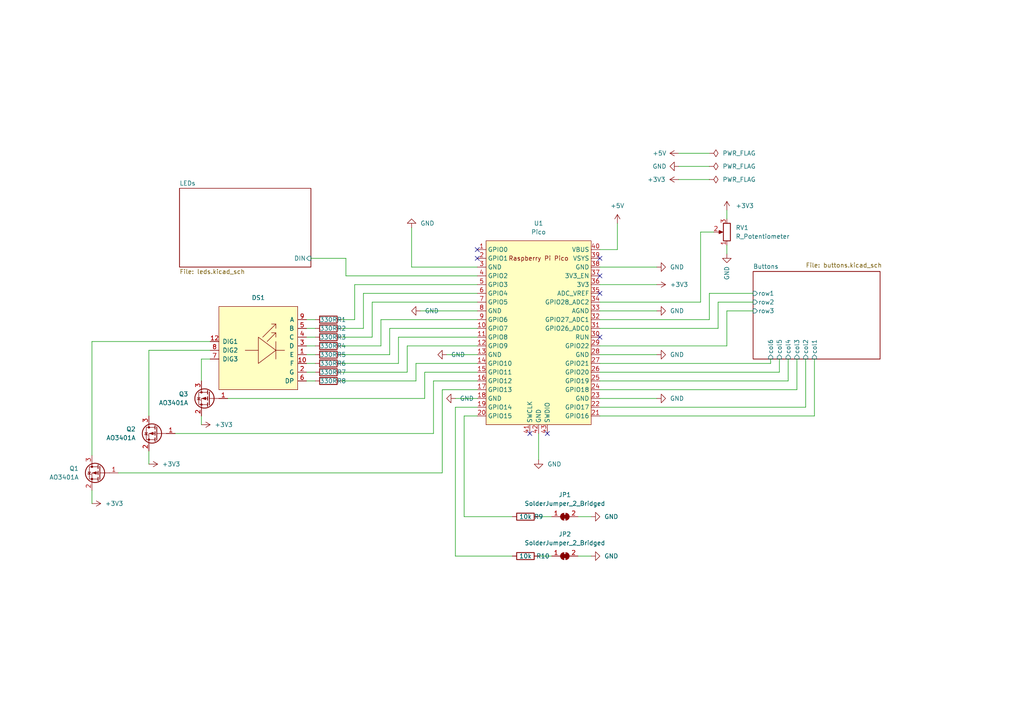
<source format=kicad_sch>
(kicad_sch (version 20211123) (generator eeschema)
  (paper "A4")
  (lib_symbols
    (symbol "Device:R" (pin_numbers hide) (pin_names (offset 0))
      (property "Reference" "R" (at 2.032 0 90))
      (property "Value" "R" (at 0 0 90))
      (symbol "R_0_1"
        (rectangle (start -1.016 -2.54) (end 1.016 2.54) (stroke (width 0.254)))
      )
      (symbol "R_1_1"
        (pin passive line (at 0 3.81 270) (length 1.27) (name "~") (number "1"))
        (pin passive line (at 0 -3.81 90) (length 1.27) (name "~") (number "2"))
      )
    )
    (symbol "Device:R_Potentiometer" (pin_names (offset 1.016) hide)
      (property "Reference" "RV" (at -4.445 0 90))
      (property "Value" "R_Potentiometer" (at -2.54 0 90))
      (symbol "R_Potentiometer_0_1"
        (polyline (pts (xy 2.54 0) (xy 1.524 0)))
        (polyline (pts (xy 1.143 0) (xy 2.286 0.508) (xy 2.286 -0.508) (xy 1.143 0)) (fill (type outline)))
        (rectangle (start 1.016 2.54) (end -1.016 -2.54) (stroke (width 0.254)))
      )
      (symbol "R_Potentiometer_1_1"
        (pin passive line (at 0 3.81 270) (length 1.27) (name "1") (number "1"))
        (pin passive line (at 3.81 0 180) (length 1.27) (name "2") (number "2"))
        (pin passive line (at 0 -3.81 90) (length 1.27) (name "3") (number "3"))
      )
    )
    (symbol "Jumper:SolderJumper_2_Bridged" (pin_names (offset 0) hide)
      (property "Reference" "JP" (at 0 2.032 0))
      (property "Value" "SolderJumper_2_Bridged" (at 0 -2.54 0))
      (symbol "SolderJumper_2_Bridged_0_1"
        (rectangle (start -0.508 0.508) (end 0.508 -0.508) (fill (type outline)))
        (arc (start -0.254 1.016) (mid -1.27 0) (end -0.254 -1.016))
        (arc (start -0.254 1.016) (mid -1.27 0) (end -0.254 -1.016) (fill (type outline)))
        (polyline (pts (xy -0.254 1.016) (xy -0.254 -1.016)))
        (polyline (pts (xy 0.254 1.016) (xy 0.254 -1.016)))
        (arc (start 0.254 -1.016) (mid 1.27 0) (end 0.254 1.016))
        (arc (start 0.254 -1.016) (mid 1.27 0) (end 0.254 1.016) (fill (type outline)))
      )
      (symbol "SolderJumper_2_Bridged_1_1"
        (pin passive line (at -3.81 0 0) (length 2.54) (name "A") (number "1"))
        (pin passive line (at 3.81 0 180) (length 2.54) (name "B") (number "2"))
      )
    )
    (symbol "LCSC_parts:SLS0563DRA1GD" (pin_names (offset 1.016))
      (property "Reference" "DS" (at -10.16 13.97 0))
      (symbol "SLS0563DRA1GD_0_1"
        (rectangle (start -11.43 12.7) (end 11.43 -11.43) (fill (type background)))
        (polyline (pts (xy 0 0) (xy -3.81 0)))
        (polyline (pts (xy 1.27 3.81) (xy 3.81 6.35)))
        (polyline (pts (xy 2.54 2.54) (xy 5.08 5.08)))
        (polyline (pts (xy 3.81 6.35) (xy 5.08 7.62)))
        (polyline (pts (xy 5.08 0) (xy 7.62 0)))
        (polyline (pts (xy 5.08 2.54) (xy 5.08 -2.54)))
        (polyline (pts (xy 3.81 5.08) (xy 5.08 5.08) (xy 5.08 3.81)))
        (polyline (pts (xy 3.81 7.62) (xy 5.08 7.62) (xy 5.08 6.35)))
        (polyline (pts (xy 5.08 0) (xy 0 3.81) (xy 0 -3.81) (xy 5.08 0)))
      )
      (symbol "SLS0563DRA1GD_1_1"
        (pin input line (at 13.97 -1.27 180) (length 2.54) (name "E") (number "1"))
        (pin input line (at 13.97 -3.81 180) (length 2.54) (name "F") (number "10"))
        (pin input line (at -13.97 2.54 0) (length 2.54) (name "DIG1") (number "12"))
        (pin input line (at 13.97 -6.35 180) (length 2.54) (name "G") (number "2"))
        (pin input line (at 13.97 1.27 180) (length 2.54) (name "D") (number "3"))
        (pin input line (at 13.97 3.81 180) (length 2.54) (name "C") (number "4"))
        (pin input line (at 13.97 6.35 180) (length 2.54) (name "B") (number "5"))
        (pin input line (at 13.97 -8.89 180) (length 2.54) (name "DP") (number "6"))
        (pin input line (at -13.97 -2.54 0) (length 2.54) (name "DIG3") (number "7"))
        (pin input line (at -13.97 0 0) (length 2.54) (name "DIG2") (number "8"))
        (pin input line (at 13.97 8.89 180) (length 2.54) (name "A") (number "9"))
      )
    )
    (symbol "MCU_RaspberryPi_and_Boards:Pico"
      (property "Reference" "U" (at -13.97 27.94 0))
      (property "Value" "Pico" (at 0 19.05 0))
      (symbol "Pico_0_0"
        (text "Raspberry Pi Pico" (at 0 21.59 0) (effects (font (size 1.27 1.27))))
      )
      (symbol "Pico_0_1"
        (rectangle (start -15.24 26.67) (end 15.24 -26.67) (fill (type background)))
      )
      (symbol "Pico_1_1"
        (pin bidirectional line (at -17.78 24.13 0) (length 2.54) (name "GPIO0") (number "1"))
        (pin bidirectional line (at -17.78 1.27 0) (length 2.54) (name "GPIO7") (number "10"))
        (pin bidirectional line (at -17.78 -1.27 0) (length 2.54) (name "GPIO8") (number "11"))
        (pin bidirectional line (at -17.78 -3.81 0) (length 2.54) (name "GPIO9") (number "12"))
        (pin power_in line (at -17.78 -6.35 0) (length 2.54) (name "GND") (number "13"))
        (pin bidirectional line (at -17.78 -8.89 0) (length 2.54) (name "GPIO10") (number "14"))
        (pin bidirectional line (at -17.78 -11.43 0) (length 2.54) (name "GPIO11") (number "15"))
        (pin bidirectional line (at -17.78 -13.97 0) (length 2.54) (name "GPIO12") (number "16"))
        (pin bidirectional line (at -17.78 -16.51 0) (length 2.54) (name "GPIO13") (number "17"))
        (pin power_in line (at -17.78 -19.05 0) (length 2.54) (name "GND") (number "18"))
        (pin bidirectional line (at -17.78 -21.59 0) (length 2.54) (name "GPIO14") (number "19"))
        (pin bidirectional line (at -17.78 21.59 0) (length 2.54) (name "GPIO1") (number "2"))
        (pin bidirectional line (at -17.78 -24.13 0) (length 2.54) (name "GPIO15") (number "20"))
        (pin bidirectional line (at 17.78 -24.13 180) (length 2.54) (name "GPIO16") (number "21"))
        (pin bidirectional line (at 17.78 -21.59 180) (length 2.54) (name "GPIO17") (number "22"))
        (pin power_in line (at 17.78 -19.05 180) (length 2.54) (name "GND") (number "23"))
        (pin bidirectional line (at 17.78 -16.51 180) (length 2.54) (name "GPIO18") (number "24"))
        (pin bidirectional line (at 17.78 -13.97 180) (length 2.54) (name "GPIO19") (number "25"))
        (pin bidirectional line (at 17.78 -11.43 180) (length 2.54) (name "GPIO20") (number "26"))
        (pin bidirectional line (at 17.78 -8.89 180) (length 2.54) (name "GPIO21") (number "27"))
        (pin power_in line (at 17.78 -6.35 180) (length 2.54) (name "GND") (number "28"))
        (pin bidirectional line (at 17.78 -3.81 180) (length 2.54) (name "GPIO22") (number "29"))
        (pin power_in line (at -17.78 19.05 0) (length 2.54) (name "GND") (number "3"))
        (pin input line (at 17.78 -1.27 180) (length 2.54) (name "RUN") (number "30"))
        (pin bidirectional line (at 17.78 1.27 180) (length 2.54) (name "GPIO26_ADC0") (number "31"))
        (pin bidirectional line (at 17.78 3.81 180) (length 2.54) (name "GPIO27_ADC1") (number "32"))
        (pin power_in line (at 17.78 6.35 180) (length 2.54) (name "AGND") (number "33"))
        (pin bidirectional line (at 17.78 8.89 180) (length 2.54) (name "GPIO28_ADC2") (number "34"))
        (pin power_in line (at 17.78 11.43 180) (length 2.54) (name "ADC_VREF") (number "35"))
        (pin power_in line (at 17.78 13.97 180) (length 2.54) (name "3V3") (number "36"))
        (pin input line (at 17.78 16.51 180) (length 2.54) (name "3V3_EN") (number "37"))
        (pin power_in line (at 17.78 19.05 180) (length 2.54) (name "GND") (number "38"))
        (pin power_in line (at 17.78 21.59 180) (length 2.54) (name "VSYS") (number "39"))
        (pin bidirectional line (at -17.78 16.51 0) (length 2.54) (name "GPIO2") (number "4"))
        (pin power_in line (at 17.78 24.13 180) (length 2.54) (name "VBUS") (number "40"))
        (pin input line (at -2.54 -29.21 90) (length 2.54) (name "SWCLK") (number "41"))
        (pin power_in line (at 0 -29.21 90) (length 2.54) (name "GND") (number "42"))
        (pin bidirectional line (at 2.54 -29.21 90) (length 2.54) (name "SWDIO") (number "43"))
        (pin bidirectional line (at -17.78 13.97 0) (length 2.54) (name "GPIO3") (number "5"))
        (pin bidirectional line (at -17.78 11.43 0) (length 2.54) (name "GPIO4") (number "6"))
        (pin bidirectional line (at -17.78 8.89 0) (length 2.54) (name "GPIO5") (number "7"))
        (pin power_in line (at -17.78 6.35 0) (length 2.54) (name "GND") (number "8"))
        (pin bidirectional line (at -17.78 3.81 0) (length 2.54) (name "GPIO6") (number "9"))
      )
    )
    (symbol "Transistor_FET:AO3401A" (pin_names hide)
      (property "Reference" "Q" (at 5.08 1.905 0))
      (property "Value" "AO3401A" (at 5.08 0 0))
      (symbol "AO3401A_0_1"
        (polyline (pts (xy 0.254 0) (xy -2.54 0)))
        (polyline (pts (xy 0.254 1.905) (xy 0.254 -1.905)) (stroke (width 0.254)))
        (polyline (pts (xy 0.762 -1.27) (xy 0.762 -2.286)) (stroke (width 0.254)))
        (polyline (pts (xy 0.762 0.508) (xy 0.762 -0.508)) (stroke (width 0.254)))
        (polyline (pts (xy 0.762 2.286) (xy 0.762 1.27)) (stroke (width 0.254)))
        (polyline (pts (xy 2.54 2.54) (xy 2.54 1.778)))
        (polyline (pts (xy 2.54 -2.54) (xy 2.54 0) (xy 0.762 0)))
        (polyline (pts (xy 0.762 1.778) (xy 3.302 1.778) (xy 3.302 -1.778) (xy 0.762 -1.778)))
        (polyline (pts (xy 2.286 0) (xy 1.27 0.381) (xy 1.27 -0.381) (xy 2.286 0)) (fill (type outline)))
        (polyline (pts (xy 2.794 -0.508) (xy 2.921 -0.381) (xy 3.683 -0.381) (xy 3.81 -0.254)))
        (polyline (pts (xy 3.302 -0.381) (xy 2.921 0.254) (xy 3.683 0.254) (xy 3.302 -0.381)))
        (circle (center 1.651 0) (radius 2.794) (stroke (width 0.254)))
        (circle (center 2.54 -1.778) (radius 0.254) (fill (type outline)))
        (circle (center 2.54 1.778) (radius 0.254) (fill (type outline)))
      )
      (symbol "AO3401A_1_1"
        (pin input line (at -5.08 0 0) (length 2.54) (name "G") (number "1"))
        (pin passive line (at 2.54 -5.08 90) (length 2.54) (name "S") (number "2"))
        (pin passive line (at 2.54 5.08 270) (length 2.54) (name "D") (number "3"))
      )
    )
    (symbol "power:+3.3V" (power) (pin_names (offset 0))
      (property "Value" "+3.3V" (at 0 3.556 0))
      (symbol "+3.3V_0_1"
        (polyline (pts (xy -0.762 1.27) (xy 0 2.54)))
        (polyline (pts (xy 0 0) (xy 0 2.54)))
        (polyline (pts (xy 0 2.54) (xy 0.762 1.27)))
      )
      (symbol "+3.3V_1_1"
        (pin power_in line (at 0 0 90) (length 0) hide (name "+3V3") (number "1"))
      )
    )
    (symbol "power:+5V" (power) (pin_names (offset 0))
      (property "Value" "+5V" (at 0 3.556 0))
      (symbol "+5V_0_1"
        (polyline (pts (xy -0.762 1.27) (xy 0 2.54)))
        (polyline (pts (xy 0 0) (xy 0 2.54)))
        (polyline (pts (xy 0 2.54) (xy 0.762 1.27)))
      )
      (symbol "+5V_1_1"
        (pin power_in line (at 0 0 90) (length 0) hide (name "+5V") (number "1"))
      )
    )
    (symbol "power:GND" (power) (pin_names (offset 0))
      (property "Value" "GND" (at 0 -3.81 0))
      (symbol "GND_0_1"
        (polyline (pts (xy 0 0) (xy 0 -1.27) (xy 1.27 -1.27) (xy 0 -2.54) (xy -1.27 -1.27) (xy 0 -1.27)))
      )
      (symbol "GND_1_1"
        (pin power_in line (at 0 0 270) (length 0) hide (name "GND") (number "1"))
      )
    )
    (symbol "power:PWR_FLAG" (power) (pin_numbers hide) (pin_names (offset 0) hide)
      (property "Value" "PWR_FLAG" (at 0 3.81 0))
      (symbol "PWR_FLAG_0_0"
        (pin power_out line (at 0 0 90) (length 0) (name "pwr") (number "1"))
      )
      (symbol "PWR_FLAG_0_1"
        (polyline (pts (xy 0 0) (xy 0 1.27) (xy -1.016 1.905) (xy 0 2.54) (xy 1.016 1.905) (xy 0 1.27)))
      )
    )
  )
  (no_connect (at 158.75 125.73))
  (no_connect (at 153.67 125.73))
  (no_connect (at 173.99 85.09))
  (no_connect (at 173.99 97.79))
  (no_connect (at 173.99 80.01))
  (no_connect (at 173.99 74.93))
  (no_connect (at 138.43 74.93))
  (no_connect (at 138.43 72.39))
  (wire (pts (xy 196.85 48.26) (xy 205.74 48.26)))
  (wire (pts (xy 132.08 161.29) (xy 148.59 161.29)))
  (wire (pts (xy 105.41 85.09) (xy 105.41 95.25)))
  (wire (pts (xy 173.99 87.63) (xy 203.2 87.63)))
  (wire (pts (xy 138.43 107.95) (xy 123.19 107.95)))
  (wire (pts (xy 99.06 102.87) (xy 113.03 102.87)))
  (wire (pts (xy 210.82 100.33) (xy 210.82 90.17)))
  (wire (pts (xy 125.73 110.49) (xy 125.73 125.73)))
  (wire (pts (xy 148.59 149.86) (xy 134.62 149.86)))
  (wire (pts (xy 88.9 110.49) (xy 91.44 110.49)))
  (wire (pts (xy 205.74 85.09) (xy 205.74 92.71)))
  (wire (pts (xy 102.87 92.71) (xy 102.87 82.55)))
  (wire (pts (xy 129.54 102.87) (xy 138.43 102.87)))
  (wire (pts (xy 233.68 118.11) (xy 173.99 118.11)))
  (wire (pts (xy 100.33 74.93) (xy 90.17 74.93)))
  (wire (pts (xy 58.42 120.65) (xy 58.42 123.19)))
  (wire (pts (xy 88.9 97.79) (xy 91.44 97.79)))
  (wire (pts (xy 88.9 107.95) (xy 91.44 107.95)))
  (wire (pts (xy 167.64 161.29) (xy 171.45 161.29)))
  (wire (pts (xy 99.06 92.71) (xy 102.87 92.71)))
  (wire (pts (xy 210.82 90.17) (xy 218.44 90.17)))
  (wire (pts (xy 179.07 64.77) (xy 179.07 72.39)))
  (wire (pts (xy 236.22 120.65) (xy 236.22 104.14)))
  (wire (pts (xy 203.2 87.63) (xy 203.2 67.31)))
  (wire (pts (xy 132.08 115.57) (xy 138.43 115.57)))
  (wire (pts (xy 88.9 102.87) (xy 91.44 102.87)))
  (wire (pts (xy 132.08 118.11) (xy 132.08 161.29)))
  (wire (pts (xy 138.43 118.11) (xy 132.08 118.11)))
  (wire (pts (xy 173.99 120.65) (xy 236.22 120.65)))
  (wire (pts (xy 120.65 105.41) (xy 138.43 105.41)))
  (wire (pts (xy 99.06 100.33) (xy 110.49 100.33)))
  (wire (pts (xy 120.65 110.49) (xy 120.65 105.41)))
  (wire (pts (xy 99.06 95.25) (xy 105.41 95.25)))
  (wire (pts (xy 223.52 105.41) (xy 223.52 104.14)))
  (wire (pts (xy 173.99 113.03) (xy 231.14 113.03)))
  (wire (pts (xy 50.8 125.73) (xy 125.73 125.73)))
  (wire (pts (xy 102.87 82.55) (xy 138.43 82.55)))
  (wire (pts (xy 100.33 80.01) (xy 100.33 74.93)))
  (wire (pts (xy 210.82 60.96) (xy 210.82 63.5)))
  (wire (pts (xy 110.49 92.71) (xy 110.49 100.33)))
  (wire (pts (xy 138.43 113.03) (xy 128.27 113.03)))
  (wire (pts (xy 173.99 95.25) (xy 208.28 95.25)))
  (wire (pts (xy 99.06 97.79) (xy 107.95 97.79)))
  (wire (pts (xy 88.9 95.25) (xy 91.44 95.25)))
  (wire (pts (xy 156.21 161.29) (xy 160.02 161.29)))
  (wire (pts (xy 173.99 72.39) (xy 179.07 72.39)))
  (wire (pts (xy 138.43 110.49) (xy 125.73 110.49)))
  (wire (pts (xy 99.06 110.49) (xy 120.65 110.49)))
  (wire (pts (xy 173.99 107.95) (xy 226.06 107.95)))
  (wire (pts (xy 173.99 90.17) (xy 190.5 90.17)))
  (wire (pts (xy 226.06 107.95) (xy 226.06 104.14)))
  (wire (pts (xy 88.9 100.33) (xy 91.44 100.33)))
  (wire (pts (xy 123.19 107.95) (xy 123.19 115.57)))
  (wire (pts (xy 156.21 149.86) (xy 160.02 149.86)))
  (wire (pts (xy 58.42 104.14) (xy 60.96 104.14)))
  (wire (pts (xy 115.57 105.41) (xy 115.57 97.79)))
  (wire (pts (xy 43.18 120.65) (xy 43.18 101.6)))
  (wire (pts (xy 34.29 137.16) (xy 128.27 137.16)))
  (wire (pts (xy 173.99 77.47) (xy 190.5 77.47)))
  (wire (pts (xy 173.99 82.55) (xy 190.5 82.55)))
  (wire (pts (xy 138.43 95.25) (xy 113.03 95.25)))
  (wire (pts (xy 107.95 87.63) (xy 107.95 97.79)))
  (wire (pts (xy 113.03 95.25) (xy 113.03 102.87)))
  (wire (pts (xy 119.38 66.04) (xy 119.38 77.47)))
  (wire (pts (xy 115.57 97.79) (xy 138.43 97.79)))
  (wire (pts (xy 233.68 104.14) (xy 233.68 118.11)))
  (wire (pts (xy 208.28 87.63) (xy 218.44 87.63)))
  (wire (pts (xy 43.18 101.6) (xy 60.96 101.6)))
  (wire (pts (xy 218.44 85.09) (xy 205.74 85.09)))
  (wire (pts (xy 231.14 113.03) (xy 231.14 104.14)))
  (wire (pts (xy 134.62 120.65) (xy 138.43 120.65)))
  (wire (pts (xy 203.2 67.31) (xy 207.01 67.31)))
  (wire (pts (xy 88.9 92.71) (xy 91.44 92.71)))
  (wire (pts (xy 228.6 104.14) (xy 228.6 110.49)))
  (wire (pts (xy 121.92 90.17) (xy 138.43 90.17)))
  (wire (pts (xy 205.74 92.71) (xy 173.99 92.71)))
  (wire (pts (xy 210.82 71.12) (xy 210.82 73.66)))
  (wire (pts (xy 156.21 125.73) (xy 156.21 133.35)))
  (wire (pts (xy 134.62 149.86) (xy 134.62 120.65)))
  (wire (pts (xy 208.28 95.25) (xy 208.28 87.63)))
  (wire (pts (xy 99.06 107.95) (xy 118.11 107.95)))
  (wire (pts (xy 173.99 102.87) (xy 190.5 102.87)))
  (wire (pts (xy 100.33 80.01) (xy 138.43 80.01)))
  (wire (pts (xy 196.85 52.07) (xy 205.74 52.07)))
  (wire (pts (xy 167.64 149.86) (xy 171.45 149.86)))
  (wire (pts (xy 173.99 115.57) (xy 190.5 115.57)))
  (wire (pts (xy 196.85 44.45) (xy 205.74 44.45)))
  (wire (pts (xy 26.67 142.24) (xy 26.67 146.05)))
  (wire (pts (xy 173.99 105.41) (xy 223.52 105.41)))
  (wire (pts (xy 138.43 100.33) (xy 118.11 100.33)))
  (wire (pts (xy 118.11 100.33) (xy 118.11 107.95)))
  (wire (pts (xy 173.99 110.49) (xy 228.6 110.49)))
  (wire (pts (xy 138.43 87.63) (xy 107.95 87.63)))
  (wire (pts (xy 138.43 85.09) (xy 105.41 85.09)))
  (wire (pts (xy 43.18 130.81) (xy 43.18 134.62)))
  (wire (pts (xy 173.99 100.33) (xy 210.82 100.33)))
  (wire (pts (xy 26.67 99.06) (xy 26.67 132.08)))
  (wire (pts (xy 138.43 92.71) (xy 110.49 92.71)))
  (wire (pts (xy 88.9 105.41) (xy 91.44 105.41)))
  (wire (pts (xy 99.06 105.41) (xy 115.57 105.41)))
  (wire (pts (xy 66.04 115.57) (xy 123.19 115.57)))
  (wire (pts (xy 138.43 77.47) (xy 119.38 77.47)))
  (wire (pts (xy 58.42 110.49) (xy 58.42 104.14)))
  (wire (pts (xy 128.27 113.03) (xy 128.27 137.16)))
  (wire (pts (xy 60.96 99.06) (xy 26.67 99.06)))
  (symbol (lib_id "power:GND") (at 190.5 77.47 90) (unit 1)
    (property "Reference" "#PWR0136" (effects hide))
    (property "Value" "GND" (at 194.31 77.4699 90) (effects (justify right)))
  )
  (symbol (lib_id "power:PWR_FLAG") (at 205.74 48.26 270) (unit 1)
    (property "Reference" "#FLG0101" (effects hide))
    (property "Value" "PWR_FLAG" (at 209.55 48.2599 90) (effects (justify left)))
  )
  (symbol (lib_id "power:GND") (at 196.85 48.26 270) (unit 1)
    (property "Reference" "#PWR0142" (effects hide))
    (property "Value" "GND" (at 189.23 48.26 90) (effects (justify left)))
  )
  (symbol (lib_id "power:GND") (at 210.82 73.66 0) (unit 1)
    (property "Reference" "#PWR0145" (effects hide))
    (property "Value" "GND" (at 210.82 81.28 90) (effects (justify left)))
  )
  (symbol (lib_id "power:+3.3V") (at 190.5 82.55 270) (unit 1)
    (property "Reference" "#PWR0137" (effects hide))
    (property "Value" "+3.3V" (at 194.31 82.5499 90) (effects (justify left)))
  )
  (symbol (lib_id "power:GND") (at 129.54 102.87 270) (unit 1)
    (property "Reference" "#PWR0130" (effects hide))
    (property "Value" "GND" (at 130.81 102.8699 90) (effects (justify left)))
  )
  (symbol (lib_id "Jumper:SolderJumper_2_Bridged") (at 163.83 149.86 0) (unit 1)
    (property "Reference" "JP1" (at 163.83 143.51 0))
    (property "Value" "SolderJumper_2_Bridged" (at 163.83 146.05 0))
    (property "Footprint" "Jumper:SolderJumper-2_P1.3mm_Bridged_RoundedPad1.0x1.5mm" (effects hide))
  )
  (symbol (lib_id "Device:R") (at 95.25 92.71 90) (unit 1)
    (property "Reference" "R1" (at 99.06 92.71 90))
    (property "Value" "330R" (at 95.25 92.71 90))
    (property "Footprint" "Resistor_SMD:R_0603_1608Metric" (effects hide))
    (property "LCSC" "C23138" (effects hide))
  )
  (symbol (lib_id "power:+3.3V") (at 26.67 146.05 270) (unit 1)
    (property "Reference" "#PWR0125" (effects hide))
    (property "Value" "+3.3V" (at 30.48 146.0499 90) (effects (justify left)))
  )
  (symbol (lib_id "power:+3.3V") (at 210.82 60.96 0) (unit 1)
    (property "Reference" "#PWR0144" (effects hide))
    (property "Value" "+3.3V" (at 213.36 59.6899 0) (effects (justify left)))
  )
  (symbol (lib_id "MCU_RaspberryPi_and_Boards:Pico") (at 156.21 96.52 0) (unit 1)
    (property "Reference" "U1" (at 156.21 64.77 0))
    (property "Value" "Pico" (at 156.21 67.31 0))
    (property "Footprint" "RPi_Pico:RPi_Pico_SMD_TH" (effects hide))
  )
  (symbol (lib_id "power:GND") (at 171.45 149.86 90) (unit 1)
    (property "Reference" "#PWR0133" (effects hide))
    (property "Value" "GND" (at 175.26 149.8599 90) (effects (justify right)))
  )
  (symbol (lib_id "Transistor_FET:AO3401A") (at 60.96 115.57 0) (mirror y) (unit 1)
    (property "Reference" "Q3" (at 54.61 114.2999 0) (effects (justify left)))
    (property "Value" "AO3401A" (at 54.61 116.8399 0) (effects (justify left)))
    (property "Footprint" "Package_TO_SOT_SMD:SOT-23" (effects hide))
    (property "Datasheet" "http://www.aosmd.com/pdfs/datasheet/AO3401A.pdf" (effects hide))
    (property "LCSC" "C15127" (effects hide))
  )
  (symbol (lib_id "power:GND") (at 156.21 133.35 0) (unit 1)
    (property "Reference" "#PWR0132" (effects hide))
    (property "Value" "GND" (at 158.75 134.6199 0) (effects (justify left)))
  )
  (symbol (lib_id "Device:R") (at 95.25 95.25 90) (unit 1)
    (property "Reference" "R2" (at 99.06 95.25 90))
    (property "Value" "330R" (at 95.25 95.25 90))
    (property "Footprint" "Resistor_SMD:R_0603_1608Metric" (effects hide))
    (property "LCSC" "C23138" (effects hide))
  )
  (symbol (lib_id "Device:R") (at 152.4 149.86 90) (unit 1)
    (property "Reference" "R9" (at 156.21 149.86 90))
    (property "Value" "10k" (at 152.4 149.86 90))
    (property "Footprint" "Resistor_SMD:R_0603_1608Metric" (effects hide))
    (property "LCSC" "C25804" (effects hide))
  )
  (symbol (lib_id "power:GND") (at 171.45 161.29 90) (unit 1)
    (property "Reference" "#PWR0134" (effects hide))
    (property "Value" "GND" (at 175.26 161.2899 90) (effects (justify right)))
  )
  (symbol (lib_id "power:+5V") (at 196.85 44.45 90) (unit 1)
    (property "Reference" "#PWR0141" (effects hide))
    (property "Value" "+5V" (at 189.23 44.45 90) (effects (justify right)))
  )
  (symbol (lib_id "Device:R") (at 95.25 105.41 90) (unit 1)
    (property "Reference" "R6" (at 99.06 105.41 90))
    (property "Value" "330R" (at 95.25 105.41 90))
    (property "Footprint" "Resistor_SMD:R_0603_1608Metric" (effects hide))
    (property "LCSC" "C23138" (effects hide))
  )
  (symbol (lib_id "power:GND") (at 119.38 66.04 180) (unit 1)
    (property "Reference" "#PWR0128" (effects hide))
    (property "Value" "GND" (at 121.92 64.7699 0) (effects (justify right)))
  )
  (symbol (lib_id "power:+3.3V") (at 58.42 123.19 270) (unit 1)
    (property "Reference" "#PWR0127" (effects hide))
    (property "Value" "+3.3V" (at 62.23 123.1899 90) (effects (justify left)))
  )
  (symbol (lib_id "power:GND") (at 132.08 115.57 270) (unit 1)
    (property "Reference" "#PWR0131" (effects hide))
    (property "Value" "GND" (at 133.35 115.5699 90) (effects (justify left)))
  )
  (symbol (lib_id "Transistor_FET:AO3401A") (at 45.72 125.73 0) (mirror y) (unit 1)
    (property "Reference" "Q2" (at 39.37 124.4599 0) (effects (justify left)))
    (property "Value" "AO3401A" (at 39.37 126.9999 0) (effects (justify left)))
    (property "Footprint" "Package_TO_SOT_SMD:SOT-23" (effects hide))
    (property "Datasheet" "http://www.aosmd.com/pdfs/datasheet/AO3401A.pdf" (effects hide))
    (property "LCSC" "C15127" (effects hide))
  )
  (symbol (lib_id "power:GND") (at 121.92 90.17 270) (unit 1)
    (property "Reference" "#PWR0129" (effects hide))
    (property "Value" "GND" (at 123.19 90.1699 90) (effects (justify left)))
  )
  (symbol (lib_id "power:+5V") (at 179.07 64.77 0) (unit 1)
    (property "Reference" "#PWR0135" (effects hide))
    (property "Value" "+5V" (at 179.07 59.69 0))
  )
  (symbol (lib_id "Transistor_FET:AO3401A") (at 29.21 137.16 0) (mirror y) (unit 1)
    (property "Reference" "Q1" (at 22.86 135.8899 0) (effects (justify left)))
    (property "Value" "AO3401A" (at 22.86 138.4299 0) (effects (justify left)))
    (property "Footprint" "Package_TO_SOT_SMD:SOT-23" (effects hide))
    (property "Datasheet" "http://www.aosmd.com/pdfs/datasheet/AO3401A.pdf" (effects hide))
    (property "LCSC" "C15127" (effects hide))
  )
  (symbol (lib_id "power:+3.3V") (at 196.85 52.07 90) (unit 1)
    (property "Reference" "#PWR0143" (effects hide))
    (property "Value" "+3.3V" (at 193.04 52.0699 90) (effects (justify left)))
  )
  (symbol (lib_id "power:+3.3V") (at 43.18 134.62 270) (unit 1)
    (property "Reference" "#PWR0126" (effects hide))
    (property "Value" "+3.3V" (at 46.99 134.6199 90) (effects (justify left)))
  )
  (symbol (lib_id "Device:R") (at 95.25 102.87 90) (unit 1)
    (property "Reference" "R5" (at 99.06 102.87 90))
    (property "Value" "330R" (at 95.25 102.87 90))
    (property "Footprint" "Resistor_SMD:R_0603_1608Metric" (effects hide))
    (property "LCSC" "C23138" (effects hide))
  )
  (symbol (lib_id "power:GND") (at 190.5 115.57 90) (unit 1)
    (property "Reference" "#PWR0140" (effects hide))
    (property "Value" "GND" (at 194.31 115.5699 90) (effects (justify right)))
  )
  (symbol (lib_id "Device:R_Potentiometer") (at 210.82 67.31 180) (unit 1)
    (property "Reference" "RV1" (at 213.36 66.0399 0) (effects (justify right)))
    (property "Value" "R_Potentiometer" (at 213.36 68.5799 0) (effects (justify right)))
    (property "Footprint" "LCSC_parts:RK10J11R001Y" (effects hide))
    (property "LCSC" "C470765" (effects hide))
  )
  (symbol (lib_id "Device:R") (at 95.25 97.79 90) (unit 1)
    (property "Reference" "R3" (at 99.06 97.79 90))
    (property "Value" "330R" (at 95.25 97.79 90))
    (property "Footprint" "Resistor_SMD:R_0603_1608Metric" (effects hide))
    (property "LCSC" "C23138" (effects hide))
  )
  (symbol (lib_id "power:GND") (at 190.5 102.87 90) (unit 1)
    (property "Reference" "#PWR0139" (effects hide))
    (property "Value" "GND" (at 194.31 102.8699 90) (effects (justify right)))
  )
  (symbol (lib_id "power:PWR_FLAG") (at 205.74 52.07 270) (unit 1)
    (property "Reference" "#FLG03" (effects hide))
    (property "Value" "PWR_FLAG" (at 209.55 52.0699 90) (effects (justify left)))
  )
  (symbol (lib_id "Device:R") (at 95.25 100.33 90) (unit 1)
    (property "Reference" "R4" (at 99.06 100.33 90))
    (property "Value" "330R" (at 95.25 100.33 90))
    (property "Footprint" "Resistor_SMD:R_0603_1608Metric" (effects hide))
    (property "LCSC" "C23138" (effects hide))
  )
  (symbol (lib_id "power:PWR_FLAG") (at 205.74 44.45 270) (unit 1)
    (property "Reference" "#FLG01" (effects hide))
    (property "Value" "PWR_FLAG" (at 209.55 44.4499 90) (effects (justify left)))
  )
  (symbol (lib_id "Device:R") (at 95.25 110.49 90) (unit 1)
    (property "Reference" "R8" (at 99.06 110.49 90))
    (property "Value" "330R" (at 95.25 110.49 90))
    (property "Footprint" "Resistor_SMD:R_0603_1608Metric" (effects hide))
    (property "LCSC" "C23138" (effects hide))
  )
  (symbol (lib_id "Jumper:SolderJumper_2_Bridged") (at 163.83 161.29 0) (unit 1)
    (property "Reference" "JP2" (at 163.83 154.94 0))
    (property "Value" "SolderJumper_2_Bridged" (at 163.83 157.48 0))
    (property "Footprint" "Jumper:SolderJumper-2_P1.3mm_Bridged_RoundedPad1.0x1.5mm" (effects hide))
  )
  (symbol (lib_id "LCSC_parts:SLS0563DRA1GD") (at 74.93 101.6 0) (unit 1)
    (property "Reference" "DS1" (at 74.93 86.36 0))
    (property "Value" "SLS0563DRA1GD" (effects hide))
    (property "Footprint" "LCSC_parts:SLS0563DRA1GD" (effects hide))
    (property "LCSC" "C226010" (effects hide))
  )
  (symbol (lib_id "Device:R") (at 152.4 161.29 90) (unit 1)
    (property "Reference" "R10" (at 157.48 161.29 90))
    (property "Value" "10k" (at 152.4 161.29 90))
    (property "Footprint" "Resistor_SMD:R_0603_1608Metric" (effects hide))
    (property "LCSC" "C25804" (effects hide))
  )
  (symbol (lib_id "power:GND") (at 190.5 90.17 90) (unit 1)
    (property "Reference" "#PWR0138" (effects hide))
    (property "Value" "GND" (at 194.31 90.1699 90) (effects (justify right)))
  )
  (symbol (lib_id "Device:R") (at 95.25 107.95 90) (unit 1)
    (property "Reference" "R7" (at 99.06 107.95 90))
    (property "Value" "330R" (at 95.25 107.95 90))
    (property "Footprint" "Resistor_SMD:R_0603_1608Metric" (effects hide))
    (property "LCSC" "C23138" (effects hide))
  )
  (sheet (at 218.44 78.74) (size 36.83 25.4) (stroke (width 0.1524))
    (property "Sheet name" "Buttons" (at 218.44 78.0284 0) (effects (justify left bottom)))
    (property "Sheet file" "buttons.kicad_sch" (at 233.68 76.2 0) (effects (justify left top)))
    (pin "row3" input (at 218.44 90.17 180))
    (pin "row1" input (at 218.44 85.09 180))
    (pin "row2" input (at 218.44 87.63 180))
    (pin "col3" input (at 231.14 104.14 270))
    (pin "col4" input (at 228.6 104.14 270))
    (pin "col5" input (at 226.06 104.14 270))
    (pin "col2" input (at 233.68 104.14 270))
    (pin "col1" input (at 236.22 104.14 270))
    (pin "col6" input (at 223.52 104.14 270))
  )
  (sheet (at 52.07 54.61) (size 38.1 22.86) (stroke (width 0.1524))
    (property "Sheet name" "LEDs" (at 52.07 53.8984 0) (effects (justify left bottom)))
    (property "Sheet file" "leds.kicad_sch" (at 52.07 78.0546 0) (effects (justify left top)))
    (pin "DIN" input (at 90.17 74.93 0))
  )
)
</source>
